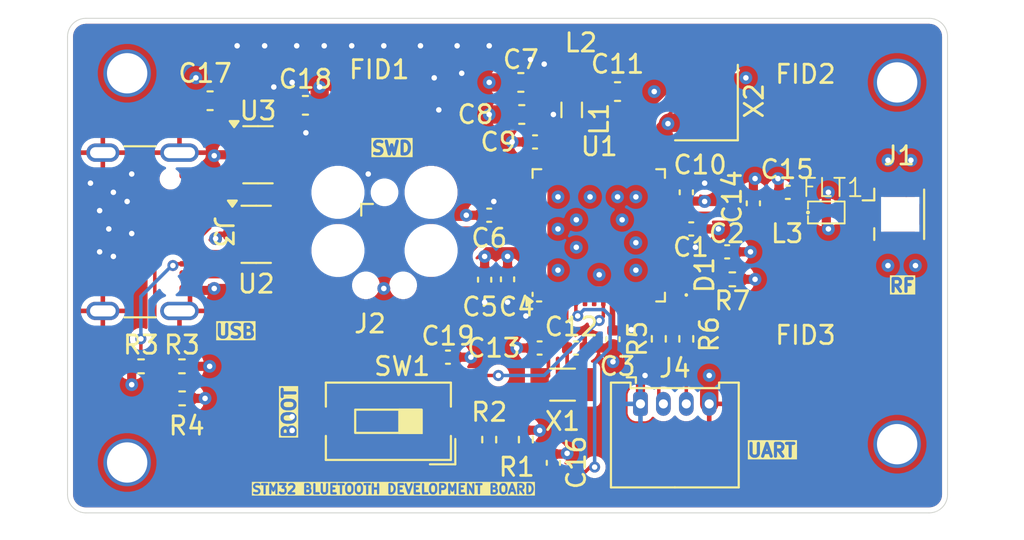
<source format=kicad_pcb>
(kicad_pcb (version 20241229) (generator "pcbnew") (generator_version "9.0")
  (layers (0 "F.Cu" signal) (4 "In1.Cu" signal) (6 "In2.Cu" signal) (2 "B.Cu" signal) (13 "F.Paste" user) (15 "B.Paste" user) (5 "F.SilkS" user "F.Silkscreen") (7 "B.SilkS" user "B.Silkscreen") (1 "F.Mask" user) (3 "B.Mask" user) (25 "Edge.Cuts" user))
  (net 0 "")
  (net 1 "GND")
  (net 2 "+3V3")
  (net 3 "/SMPS_FB")
  (net 4 "Net-(U1-PC15)")
  (net 5 "Net-(U1-PC14)")
  (net 6 "/RF")
  (net 7 "/RF_MATCH")
  (net 8 "/BOOT0")
  (net 9 "+5V")
  (net 10 "/SWD_NRST")
  (net 11 "/LED_a")
  (net 12 "Net-(D1-K)")
  (net 13 "/RF_ANT")
  (net 14 "/SWD_DIO")
  (net 15 "/SWD_CLK")
  (net 16 "/SWD_TRC")
  (net 17 "/USB_CC1")
  (net 18 "/USB_CC2")
  (net 19 "/UART_RXC")
  (net 20 "/UART_TXC")
  (net 21 "/SMPS_LX")
  (net 22 "Net-(L1-Pad2)")
  (net 23 "Net-(R2-Pad2)")
  (net 24 "/UART_TX")
  (net 25 "/UART_RX")
  (net 27 "/USB_D-")
  (net 44 "Net-(U1-OSC_IN)")
  (net 50 "Net-(U1-OSC_OUT)")
  (net 53 "/USB_D+")
  (net 54 "Net-(J3-D--PadA7)")
  (footprint "Capacitor_SMD:C_0402_1005Metric" (layer "F.Cu") (at 135.98 105.75)
    (property "Reference" "C2")
    (property "Value" "100n")
  )
  (footprint "Connector:Tag-Connect_TC2030-IDC-FP_2x03_P1.27mm_Vertical" (layer "F.Cu") (at 117.29 105.04 -90)
    (property "Reference" "J2")
    (property "Value" "TC2030")
  )
  (footprint "MountingHole:MountingHole_2.2mm_M2_ISO14580_Pad_TopOnly" (layer "F.Cu") (at 103.25 96)
    (property "Reference" "H2" (hide yes))
    (property "Value" "MountingHole_Pad")
  )
  (footprint "Resistor_SMD:R_0402_1005Metric" (layer "F.Cu") (at 106.25 113.75)
    (property "Reference" "R4")
    (property "Value" "5k1")
  )
  (footprint "BLUEPHIL:DLF162500LT-5028A1" (layer "F.Cu") (at 141.3875 103.6)
    (property "Reference" "FLT1")
    (property "Value" "~")
  )
  (footprint "Capacitor_SMD:C_0402_1005Metric" (layer "F.Cu") (at 120.75 111.5)
    (property "Reference" "C19")
    (property "Value" "100n")
  )
  (footprint "Fiducial:Fiducial_1mm_Mask2mm" (layer "F.Cu") (at 117 97.75)
    (property "Reference" "FID1")
    (property "Value" "Fiducial")
  )
  (footprint "LED_SMD:LED_0402_1005Metric" (layer "F.Cu") (at 133.75 107.015 90)
    (property "Reference" "D1")
    (property "Value" "LD274")
  )
  (footprint "Capacitor_SMD:C_0603_1608Metric" (layer "F.Cu") (at 124.775 98.25 180)
    (property "Reference" "C8")
    (property "Value" "4u7")
  )
  (footprint "MountingHole:MountingHole_2.2mm_M2_ISO14580_Pad_TopOnly" (layer "F.Cu") (at 103.25 117.25)
    (property "Reference" "H4" (hide yes))
    (property "Value" "MountingHole_Pad")
  )
  (footprint "Capacitor_SMD:C_0402_1005Metric" (layer "F.Cu") (at 137.4075 103.1 90)
    (property "Reference" "C14")
    (property "Value" "0p8")
  )
  (footprint "Capacitor_SMD:C_0402_1005Metric" (layer "F.Cu") (at 134.02 104.5)
    (property "Reference" "C1")
    (property "Value" "100n")
  )
  (footprint "Connector_USB:USB_C_Receptacle_GCT_USB4105-xx-A_16P_TopMnt_Horizontal" (layer "F.Cu") (at 103 104.655 -90)
    (property "Reference" "J3")
    (property "Value" "USB_C_Receptacle_USB2.0_16P")
  )
  (footprint "Resistor_SMD:R_0402_1005Metric" (layer "F.Cu") (at 106.24 112)
    (property "Reference" "R3")
    (property "Value" "5k1")
  )
  (footprint "Capacitor_SMD:C_0402_1005Metric" (layer "F.Cu") (at 125.75 111 180)
    (property "Reference" "C13")
    (property "Value" "10p")
  )
  (footprint "Crystal:Crystal_SMD_3225-4Pin_3.2x2.5mm" (layer "F.Cu") (at 134.85 97.6 90)
    (property "Reference" "X2")
    (property "Value" "32MHz")
  )
  (footprint "Fiducial:Fiducial_1mm_Mask2mm" (layer "F.Cu") (at 140.25 98)
    (property "Reference" "FID2")
    (property "Value" "Fiducial")
  )
  (footprint "Capacitor_SMD:C_0402_1005Metric" (layer "F.Cu") (at 127.73 111)
    (property "Reference" "C12")
    (property "Value" "10p")
  )
  (footprint "MountingHole:MountingHole_2.2mm_M2_ISO14580_Pad_TopOnly" (layer "F.Cu") (at 145.25 96.5)
    (property "Reference" "H1" (hide yes))
    (property "Value" "MountingHole_Pad")
  )
  (footprint "Button_Switch_SMD:SW_DIP_SPSTx01_Slide_6.7x4.1mm_W6.73mm_P2.54mm_LowProfile_JPin" (layer "F.Cu") (at 117.5 115 180)
    (property "Reference" "SW1")
    (property "Value" "SW_Push")
  )
  (footprint "Package_DFN_QFN:QFN-48-1EP_7x7mm_P0.5mm_EP5.6x5.6mm" (layer "F.Cu") (at 128.975 104.8475 90)
    (property "Reference" "U1")
    (property "Value" "STM32WB55CCU6")
  )
  (footprint "Inductor_SMD:L_0402_1005Metric" (layer "F.Cu") (at 128 95.5)
    (property "Reference" "L2")
    (property "Value" "10u")
  )
  (footprint "Capacitor_SMD:C_0603_1608Metric" (layer "F.Cu") (at 107.775 97.5 180)
    (property "Reference" "C17")
    (property "Value" "4u7")
  )
  (footprint "Connector_Molex:Molex_PicoBlade_53048-0410_1x04_P1.25mm_Horizontal" (layer "F.Cu") (at 131.25 114.05)
    (property "Reference" "J4")
    (property "Value" "Conn_01x04_Pin")
  )
  (footprint "Capacitor_SMD:C_0402_1005Metric" (layer "F.Cu") (at 139.2875 102.5 180)
    (property "Reference" "C15")
    (property "Value" "0p3")
  )
  (footprint "Resistor_SMD:R_0402_1005Metric" (layer "F.Cu") (at 123 116 90)
    (property "Reference" "R2")
    (property "Value" "220R")
  )
  (footprint "Resistor_SMD:R_0402_1005Metric" (layer "F.Cu") (at 104.01 112)
    (property "Reference" "R3")
    (property "Value" "5k1")
  )
  (footprint "Connector_Coaxial:U.FL_Hirose_U.FL-R-SMT-1_Vertical" (layer "F.Cu") (at 144.8875 103.7)
    (property "Reference" "J1")
    (property "Value" "Conn_Coaxial")
  )
  (footprint "Capacitor_SMD:C_0402_1005Metric" (layer "F.Cu") (at 123 103.75 180)
    (property "Reference" "C6")
    (property "Value" "100n")
  )
  (footprint "Inductor_SMD:L_0402_1005Metric" (layer "F.Cu") (at 139.25 103.6)
    (property "Reference" "L3")
    (property "Value" "2n7")
  )
  (footprint "Capacitor_SMD:C_0402_1005Metric" (layer "F.Cu") (at 124 107.25 90)
    (property "Reference" "C4")
    (property "Value" "100n")
  )
  (footprint "Capacitor_SMD:C_0402_1005Metric" (layer "F.Cu") (at 122.75 107.27 90)
    (property "Reference" "C5")
    (property "Value" "100n")
  )
  (footprint "Package_TO_SOT_SMD:SOT-23-6" (layer "F.Cu") (at 110.29 104.7925)
    (property "Reference" "U2")
    (property "Value" "USBLC6-2SC6")
  )
  (footprint "Fiducial:Fiducial_1mm_Mask2mm" (layer "F.Cu") (at 140.25 112.25)
    (property "Reference" "FID3")
    (property "Value" "Fiducial")
  )
  (footprint "Crystal:Crystal_SMD_3215-2Pin_3.2x1.5mm" (layer "F.Cu") (at 127 113)
    (property "Reference" "X1")
    (property "Value" "32kHz768")
  )
  (footprint "Capacitor_SMD:C_0402_1005Metric" (layer "F.Cu") (at 133.75 102.5 -90)
    (property "Reference" "C10")
    (property "Value" "100n")
  )
  (footprint "Capacitor_SMD:C_0603_1608Metric" (layer "F.Cu") (at 112.975 97.75)
    (property "Reference" "C18")
    (property "Value" "4u7")
  )
  (footprint "Resistor_SMD:R_0402_1005Metric" (layer "F.Cu") (at 133.75 110.5 90)
    (property "Reference" "R6")
    (property "Value" "220R")
  )
  (footprint "Resistor_SMD:R_0402_1005Metric" (layer "F.Cu") (at 136.26 107.25 180)
    (property "Reference" "R7")
    (property "Value" "220R")
  )
  (footprint "Capacitor_SMD:C_0402_1005Metric" (layer "F.Cu") (at 129.75 110.52 -90)
    (property "Reference" "C3")
    (property "Value" "100n")
  )
  (footprint "MountingHole:MountingHole_2.2mm_M2_ISO14580_Pad_TopOnly" (layer "F.Cu") (at 145.25 116.25)
    (property "Reference" "H3" (hide yes))
    (property "Value" "MountingHole_Pad")
  )
  (footprint "Inductor_SMD:L_0805_2012Metric" (layer "F.Cu") (at 127.5 98 90)
    (property "Reference" "L1")
    (property "Value" "10n")
  )
  (footprint "Capacitor_SMD:C_0402_1005Metric" (layer "F.Cu") (at 126.5 117.27 90)
    (property "Reference" "C16")
    (property "Value" "100n")
  )
  (footprint "Capacitor_SMD:C_0402_1005Metric" (layer "F.Cu") (at 125.5 99.75 180)
    (property "Reference" "C9")
    (property "Value" "100n")
  )
  (footprint "Resistor_SMD:R_0402_1005Metric" (layer "F.Cu") (at 132.25 110.5 90)
    (property "Reference" "R5")
    (property "Value" "220R")
  )
  (footprint "Capacitor_SMD:C_0603_1608Metric" (layer "F.Cu") (at 124.725 96.5 180)
    (property "Reference" "C7")
    (property "Value" "4u7")
  )
  (footprint "Package_TO_SOT_SMD:TSOT-23-5" (layer "F.Cu") (at 110.3875 100.45)
    (property "Reference" "U3")
    (property "Value" "MIC5365-3.3YD5")
  )
  (footprint "Resistor_SMD:R_0402_1005Metric" (layer "F.Cu") (at 125 116 90)
    (property "Reference" "R1")
    (property "Value" "5k1")
  )
  (footprint "Capacitor_SMD:C_0603_1608Metric" (layer "F.Cu") (at 130 97)
    (property "Reference" "C11")
    (property "Value" "4u7")
  )
  (gr_line (start 147 93) (end 101 93) (stroke (width 0.05)) (layer "Edge.Cuts"))
  (gr_arc (start 101 120) (mid 100.292893 119.707107) (end 100 119) (stroke (width 0.05)) (layer "Edge.Cuts"))
  (gr_line (start 100 94) (end 100 119) (stroke (width 0.05)) (layer "Edge.Cuts"))
  (gr_line (start 148 119) (end 148 94) (stroke (width 0.05)) (layer "Edge.Cuts"))
  (gr_arc (start 100 94) (mid 100.292893 93.292893) (end 101 93) (stroke (width 0.05)) (layer "Edge.Cuts"))
  (gr_arc (start 147 93) (mid 147.707107 93.292893) (end 148 94) (stroke (width 0.05)) (layer "Edge.Cuts"))
  (gr_arc (start 148 119) (mid 147.707107 119.707107) (end 147 120) (stroke (width 0.05)) (layer "Edge.Cuts"))
  (gr_line (start 101 120) (end 147 120) (stroke (width 0.05)) (layer "Edge.Cuts"))
  (gr_text "USB" (at 108 110.5 0) (layer "F.SilkS" knockout) (effects (font (size 0.7 0.7) (thickness 0.175) (bold yes)) (justify left bottom)))
  (gr_text "RF" (at 144.75 108 0) (layer "F.SilkS" knockout) (effects (font (size 0.7 0.7) (thickness 0.175) (bold yes)) (justify left bottom)))
  (gr_text "UART" (at 137 117 0) (layer "F.SilkS" knockout) (effects (font (size 0.7 0.7) (thickness 0.175) (bold yes)) (justify left bottom)))
  (gr_text "SWD" (at 116.5 100.5 0) (layer "F.SilkS" knockout) (effects (font (size 0.7 0.7) (thickness 0.175) (bold yes)) (justify left bottom)))
  (gr_text "STM32 BLUETOOTH DEVELOPMENT BOARD" (at 110 119 0) (layer "F.SilkS" knockout) (effects (font (size 0.5 0.5) (thickness 0.125) (bold yes)) (justify left bottom)))
  (gr_text "BOOT" (at 112.5 116 90) (layer "F.SilkS" knockout) (effects (font (size 0.7 0.7) (thickness 0.175) (bold yes)) (justify left bottom)))
  (segment (start 107.045 101.455) (end 108 100.5) (width 0.5) (layer "F.Cu") (net 1))
  (segment (start 129.75 111.75) (end 129.75 111.021) (width 1) (layer "F.Cu") (net 1))
  (segment (start 116.655 106.31) (end 117.2803 106.9353) (width 0.5) (layer "F.Cu") (net 1))
  (segment (start 144.75 106.5) (end 144.75 105.7875) (width 1) (layer "F.Cu") (net 1))
  (segment (start 145.3625 102.225) (end 145.3625 100.8875) (width 1) (layer "F.Cu") (net 1))
  (segment (start 106.68 101.455) (end 107.045 101.455) (width 0.5) (layer "F.Cu") (net 1))
  (segment (start 117.2803 106.9353) (end 117.2803 107.75) (width 0.5) (layer "F.Cu") (net 1))
  (segment (start 145.5 100.75) (end 144.75 100.75) (width 1) (layer "F.Cu") (net 1))
  (segment (start 130.775 97) (end 132 97) (width 1) (layer "F.Cu") (net 1))
  (segment (start 125.27 111) (end 124.5 111) (width 0.5) (layer "F.Cu") (net 1))
  (segment (start 124 98.25) (end 123 98.25) (width 1) (layer "F.Cu") (net 1))
  (segment (start 108.306421 104.7925) (end 108.075863 105.023058) (width 0.3) (layer "F.Cu") (net 1))
  (segment (start 138.8075 101.8075) (end 138.75 101.75) (width 0.5) (layer "F.Cu") (net 1))
  (segment (start 125.02 99.75) (end 124.25 99.75) (width 0.5) (layer "F.Cu") (net 1))
  (segment (start 136.46 105.75) (end 137.25 105.75) (width 0.5) (layer "F.Cu") (net 1))
  (segment (start 128.21 111) (end 129.75 111) (width 0.5) (layer "F.Cu") (net 1))
  (segment (start 141.3875 102.6125) (end 141.5 102.5) (width 0.5) (layer "F.Cu") (net 1))
  (segment (start 135.7 96.5) (end 136.75 96.5) (width 1) (layer "F.Cu") (net 1))
  (segment (start 141.3875 103.8275) (end 141.3875 104.3875) (width 0.5) (layer "F.Cu") (net 1))
  (segment (start 141.3875 103.3725) (end 141.3875 102.6125) (width 0.5) (layer "F.Cu") (net 1))
  (segment (start 109.1525 104.7925) (end 108.306421 104.7925) (width 0.3) (layer "F.Cu") (net 1))
  (segment (start 122.52 103.75) (end 121.75 103.75) (width 0.5) (layer "F.Cu") (net 1))
  (segment (start 106.68 107.855) (end 107.895 107.855) (width 0.5) (layer "F.Cu") (net 1))
  (segment (start 132.4125 103.0975) (end 133.6325 103.0975) (width 0.3) (layer "F.Cu") (net 1))
  (segment (start 145.3625 100.8875) (end 145.5 100.75) (width 1) (layer "F.Cu") (net 1))
  (segment (start 133.6325 103.0975) (end 133.75 102.98) (width 0.3) (layer "F.Cu") (net 1))
  (segment (start 121.23 111.5) (end 122 111.5) (width 0.5) (layer "F.Cu") (net 1))
  (segment (start 103.5 112) (end 103.5 113) (width 0.5) (layer "F.Cu") (net 1))
  (segment (start 109.25 100.45) (end 108.05 100.45) (width 0.5) (layer "F.Cu") (net 1))
  (segment (start 145.75 102.25) (end 146 102) (width 1) (layer "F.Cu") (net 1))
  (segment (start 145.5 106.5) (end 145.5 106) (width 1) (layer "F.Cu") (net 1))
  (segment (start 127.21 116.79) (end 127.25 116.75) (width 0.5) (layer "F.Cu") (net 1))
  (segment (start 126.5 116.79) (end 127.21 116.79) (width 0.5) (layer "F.Cu") (net 1))
  (segment (start 106.76 113.75) (end 107.5 113.75) (width 0.5) (layer "F.Cu") (net 1))
  (segment (start 134.5 104.5) (end 135.5 104.5) (width 0.5) (layer "F.Cu") (net 1))
  (segment (start 132.8 98.7) (end 132.75 98.75) (width 1) (layer "F.Cu") (net 1))
  (segment (start 122.75 106.79) (end 122.75 106) (width 0.5) (layer "F.Cu") (net 1))
  (segment (start 137.4075 101.8425) (end 137.5 101.75) (width 0.5) (layer "F.Cu") (net 1))
  (segment (start 125.74 115.49) (end 125.75 115.5) (width 0.5) (layer "F.Cu") (net 1))
  (segment (start 145.3625 102.225) (end 145.725 102.225) (width 1) (layer "F.Cu") (net 1))
  (segment (start 141.3875 103.8275) (end 141.3875 103.3725) (width 0.5) (layer "F.Cu") (net 1))
  (segment (start 113.75 97.75) (end 113.75 96.75) (width 1) (layer "F.Cu") (net 1))
  (segment (start 135 114.05) (end 135 112.5) (width 1) (layer "F.Cu") (net 1))
  (segment (start 106.75 112) (end 107.75 112) (width 0.5) (layer "F.Cu") (net 1))
  (segment (start 138.8075 102.5) (end 138.8075 101.8075) (width 0.5) (layer "F.Cu") (net 1))
  (segment (start 133.75 102.98) (end 134.73 102.98) (width 0.5) (layer "F.Cu") (net 1))
  (segment (start 107 97.5) (end 107 96.25) (width 1) (layer "F.Cu") (net 1))
  (segment (start 144.75 106.5) (end 145.5 106.5) (width 1) (layer "F.Cu") (net 1))
  (segment (start 136.75 96.5) (end 137 96.25) (width 1) (layer "F.Cu") (net 1))
  (segment (start 146 100.75) (end 145.5 100.75) (width 1) (layer "F.Cu") (net 1))
  (segment (start 145.3625 105.175) (end 146.25 106.0625) (width 1) (layer "F.Cu") (net 1))
  (segment (start 145.725 102.225) (end 145.75 102.25) (width 1) (layer "F.Cu") (net 1))
  (segment (start 146 102) (end 146 100.75) (width 1) (layer "F.Cu") (net 1))
  (segment (start 134 98.7) (end 132.8 98.7) (width 1) (layer "F.Cu") (net 1))
  (segment (start 144.75 101.5) (end 144.75 100.75) (width 1) (layer "F.Cu") (net 1))
  (segment (start 141.3875 104.3875) (end 141.5 104.5) (width 0.5) (layer "F.Cu") (net 1))
  (segment (start 145.01875 105.51875) (end 145.3625 105.175) (width 1) (layer "F.Cu") (net 1))
  (segment (start 125 115.49) (end 125.74 115.49) (width 0.5) (layer "F.Cu") (net 1))
  (segment (start 145.3625 102.225) (end 144.975 102.225) (width 1) (layer "F.Cu") (net 1))
  (segment (start 107.895 107.855) (end 108 107.75) (width 0.5) (layer "F.Cu") (net 1))
  (segment (start 144.75 105.7875) (end 145.01875 105.51875) (width 1) (layer "F.Cu") (net 1))
  (segment (start 123.95 96.5) (end 123 96.5) (width 1) (layer "F.Cu") (net 1))
  (segment (start 137.4075 102.62) (end 137.4075 101.8425) (width 0.5) (layer "F.Cu") (net 1))
  (segment (start 136.77 107.25) (end 137.5 107.25) (width 0.5) (layer "F.Cu") (net 1))
  (segment (start 134.73 102.98) (end 134.75 103) (width 0.5) (layer "F.Cu") (net 1))
  (segment (start 145.5 106) (end 145.01875 105.51875) (width 1) (layer "F.Cu") (net 1))
  (segment (start 145.5 106.5) (end 146.25 106.5) (width 1) (layer "F.Cu") (net 1))
  (segment (start 108.05 100.45) (end 108 100.5) (width 0.5) (layer "F.Cu") (net 1))
  (segment (start 146.25 106.5) (end 146.25 106.0625) (width 1) (layer "F.Cu") (net 1))
  (segment (start 124 106.77) (end 124 106) (width 0.5) (layer "F.Cu") (net 1))
  (via (at 121.5 96) (size 0.6) (drill 0.3) (layers "F.Cu" "B.Cu") (net 1))
  (via (at 124.25 99.75) (size 0.7) (drill 0.3) (layers "F.Cu" "B.Cu") (net 1))
  (via (at 131 102.75) (size 0.7) (drill 0.3) (layers "F.Cu" "B.Cu") (net 1))
  (via (at 123 94.5) (size 0.6) (drill 0.3) (layers "F.Cu" "B.Cu") (net 1))
  (via (at 114 94.5) (size 0.6) (drill 0.3) (layers "F.Cu" "B.Cu") (net 1))
  (via (at 121.75 103.75) (size 0.7) (drill 0.3) (layers "F.Cu" "B.Cu") (net 1))
  (via (at 132 97) (size 0.7) (drill 0.3) (layers "F.Cu" "B.Cu") (net 1))
  (via (at 132.75 98.75) (size 0.7) (drill 0.3) (layers "F.Cu" "B.Cu") (net 1))
  (via (at 134.75 103) (size 0.7) (drill 0.3) (layers "F.Cu" "B.Cu") (net 1))
  (via (at 137.5 107.25) (size 0.7) (drill 0.3) (layers "F.Cu" "B.Cu") (net 1))
  (via (at 119.25 94.5) (size 0.6) (drill 0.3) (layers "F.Cu" "B.Cu") (net 1))
  (via (at 107.75 112) (size 0.7) (drill 0.3) (layers "F.Cu" "B.Cu") (net 1))
  (via (at 102.25 104.5) (size 0.6) (drill 0.3) (layers "F.Cu" "B.Cu") (net 1))
  (via (at 117.25 94.5) (size 0.6) (drill 0.3) (layers "F.Cu" "B.Cu") (net 1))
  (via (at 141.5 104.5) (size 0.7) (drill 0.3) (layers "F.Cu" "B.Cu") (net 1))
  (via (at 129.75 111.75) (size 0.7) (drill 0.3) (layers "F.Cu" "B.Cu") (net 1))
  (via (at 113.75 96.75) (size 0.7) (drill 0.3) (layers "F.Cu" "B.Cu") (net 1))
  (via (at 130.25 104) (size 0.7) (drill 0.3) (layers "F.Cu" "B.Cu") (net 1))
  (via (at 127.75 105.5) (size 0.7) (drill 0.3) (layers "F.Cu" "B.Cu") (net 1))
  (via (at 127.75 104) (size 0.7) (drill 0.3) (layers "F.Cu" "B.Cu") (net 1))
  (via (at 123 96.5) (size 0.7) (drill 0.3) (layers "F.Cu" "B.Cu") (net 1))
  (via (at 101.75 103.5) (size 0.6) (drill 0.3) (layers "F.Cu" "B.Cu") (net 1))
  (via (at 135.5 104.5) (size 0.7) (drill 0.3) (layers "F.Cu" "B.Cu") (net 1))
  (via (at 120.25 98) (size 0.6) (drill 0.3) (layers "F.Cu" "B.Cu") (net 1))
  (via (at 131 106.75) (size 0.7) (drill 0.3) (layers "F.Cu" "B.Cu") (net 1))
  (via (at 101.75 105.75) (size 0.6) (drill 0.3) (layers "F.Cu" "B.Cu") (net 1))
  (via (at 112.5 94.5) (size 0.6) (drill 0.3) (layers "F.Cu" "B.Cu") (net 1))
  (via (at 115.5 94.5) (size 0.6) (drill 0.3) (layers "F.Cu" "B.Cu") (net 1))
  (via (at 108.075863 105.023058) (size 0.7) (drill 0.3) (layers "F.Cu" "B.Cu") (net 1))
  (via (at 103.25 103) (size 0.6) (drill 0.3) (layers "F.Cu" "B.Cu") (net 1))
  (via (at 126.75 106.75) (size 0.7) (drill 0.3) (layers "F.Cu" "B.Cu") (net 1))
  (via (at 125.75 115.5) (size 0.7) (drill 0.3) (layers "F.Cu" "B.Cu") (net 1))
  (via (at 110.75 94.5) (size 0.6) (drill 0.3) (layers "F.Cu" "B.Cu") (net 1))
  (via (at 135 112.5) (size 0.7) (drill 0.3) (layers "F.Cu" "B.Cu") (net 1))
  (via (at 137.25 105.75) (size 0.7) (drill 0.3) (layers "F.Cu" "B.Cu") (net 1))
  (via (at 101.25 102) (size 0.6) (drill 0.3) (layers "F.Cu" "B.Cu") (net 1))
  (via (at 103.5 101.5) (size 0.6) (drill 0.3) (layers "F.Cu" "B.Cu") (net 1))
  (via (at 103.5 104.75) (size 0.6) (drill 0.3) (layers "F.Cu" "B.Cu") (net 1))
  (via (at 102.5 102.5) (size 0.6) (drill 0.3) (layers "F.Cu" "B.Cu") (net 1))
  (via (at 121.25 94.5) (size 0.6) (drill 0.3) (layers "F.Cu" "B.Cu") (net 1))
  (via (at 131 105.25) (size 0.7) (drill 0.3) (layers "F.Cu" "B.Cu") (net 1))
  (via (at 117.25 107.75) (size 0.7) (drill 0.3) (layers "F.Cu" "B.Cu") (net 1))
  (via (at 109.25 94.5) (size 0.6) (drill 0.3) (layers "F.Cu" "B.Cu") (net 1))
  (via (at 137 96.25) (size 0.7) (drill 0.3) (layers "F.Cu" "B.Cu") (net 1))
  (via (at 137.5 101.75) (size 0.7) (drill 0.3) (layers "F.Cu" "B.Cu") (net 1))
  (via (at 103.5 113) (size 0.7) (drill 0.3) (layers "F.Cu" "B.Cu") (net 1))
  (via (at 102.5 106) (size 0.6) (drill 0.3) (layers "F.Cu" "B.Cu") (net 1))
  (via (at 126.75 102.75) (size 0.7) (drill 0.3) (layers "F.Cu" "B.Cu") (net 1))
  (via (at 107 96.25) (size 0.7) (drill 0.3) (layers "F.Cu" "B.Cu") (net 1))
  (via (at 126.75 104.5) (size 0.7) (drill 0.3) (layers "F.Cu" "B.Cu") (net 1))
  (via (at 120 96.25) (size 0.6) (drill 0.3) (layers "F.Cu" "B.Cu") (net 1))
  (via (at 141.5 102.5) (size 0.7) (drill 0.3) (layers "F.Cu" "B.Cu") (net 1))
  (via (at 144.75 106.5) (size 0.7) (drill 0.3) (layers "F.Cu" "B.Cu") (net 1))
  (via (at 127.25 116.75) (size 0.7) (drill 0.3) (layers "F.Cu" "B.Cu") (net 1))
  (via (at 107.5 113.75) (size 0.7) (drill 0.3) (layers "F.Cu" "B.Cu") (net 1))
  (via (at 108 100.5) (size 0.7) (drill 0.3) (layers "F.Cu" "B.Cu") (net 1))
  (via (at 122.75 106) (size 0.7) (drill 0.3) (layers "F.Cu" "B.Cu") (net 1))
  (via (at 144.75 100.75) (size 0.7) (drill 0.3) (layers "F.Cu" "B.Cu") (net 1))
  (via (at 124 106) (size 0.7) (drill 0.3) (layers "F.Cu" "B.Cu") (net 1))
  (via (at 124.5 111) (size 0.7) (drill 0.3) (layers "F.Cu" "B.Cu") (net 1))
  (via (at 138.75 101.75) (size 0.7) (drill 0.3) (layers "F.Cu" "B.Cu") (net 1))
  (via (at 123 98.25) (size 0.7) (drill 0.3) (layers "F.Cu" "B.Cu") (net 1))
  (via (at 122 111.5) (size 0.7) (drill 0.3) (layers "F.Cu" "B.Cu") (net 1))
  (via (at 108 107.75) (size 0.7) (drill 0.3) (layers "F.Cu" "B.Cu") (net 1))
  (via (at 128.5 102.75) (size 0.7) (drill 0.3) (layers "F.Cu" "B.Cu") (net 1))
  (via (at 129 107) (size 0.7) (drill 0.3) (layers "F.Cu" "B.Cu") (net 1))
  (via (at 146.25 106.5) (size 0.7) (drill 0.3) (layers "F.Cu" "B.Cu") (net 1))
  (via (at 130 102.75) (size 0.7) (drill 0.3) (layers "F.Cu" "B.Cu") (net 1))
  (via (at 146 100.75) (size 0.7) (drill 0.3) (layers "F.Cu" "B.Cu") (net 1))
  (segment (start 134.5 105.75) (end 134.25 105.5) (width 0.5) (layer "F.Cu") (net 2))
  (segment (start 111.75 97.25) (end 111.75 97) (width 0.5) (layer "F.Cu") (net 2))
  (segment (start 123.48 103.23) (end 123.25 103) (width 0.3) (layer "F.Cu") (net 2))
  (segment (start 114.135 115) (end 112.75 115) (width 0.5) (layer "F.Cu") (net 2))
  (segment (start 131.25 114.05) (end 131.25 112.75) (width 0.5) (layer "F.Cu") (net 2))
  (segment (start 125.5 96.5) (end 125.5 96) (width 0.5) (layer "F.Cu") (net 2))
  (segment (start 112.2 97.7) (end 111.75 97.25) (width 0.5) (layer "F.Cu") (net 2))
  (segment (start 111.75 97.25) (end 111.25 96.75) (width 0.5) (layer "F.Cu") (net 2))
  (segment (start 124.1325 107.5975) (end 124 107.73) (width 0.2) (layer "F.Cu") (net 2))
  (segment (start 122.75 107.75) (end 122.75 108.5) (width 0.5) (layer "F.Cu") (net 2))
  (segment (start 130.71 110.04) (end 130.75 110) (width 0.3) (layer "F.Cu") (net 2))
  (segment (start 116.401874 103.516874) (end 116.401874 101.5) (width 0.19) (layer "F.Cu") (net 2))
  (segment (start 111.75 97) (end 112 96.75) (width 0.5) (layer "F.Cu") (net 2))
  (segment (start 133.1725 102.5975) (end 133.75 102.02) (width 0.19) (layer "F.Cu") (net 2))
  (segment (start 114.135 115) (end 112.5 115) (width 0.5) (layer "F.Cu") (net 2))
  (segment (start 126.815 101) (end 127.149 101.334) (width 0.5) (layer "F.Cu") (net 2))
  (segment (start 125.25 95.25) (end 125.75 95.25) (width 0.5) (layer "F.Cu") (net 2))
  (segment (start 126.801 101) (end 126.815 101) (width 0.5) (layer "F.Cu") (net 2))
  (segment (start 112.25 115.5) (end 112.25 114.75) (width 0.5) (layer "F.Cu") (net 2))
  (segment (start 112.75 115) (end 112.25 115.5) (width 0.5) (layer "F.Cu") (net 2))
  (segment (start 125.5 96) (end 126 95.5) (width 0.5) (layer "F.Cu") (net 2))
  (segment (start 125.965 108.285) (end 125 109.25) (width 0.3) (layer "F.Cu") (net 2))
  (segment (start 133.1375 104.0975) (end 133.54 104.5) (width 0.19) (layer "F.Cu") (net 2))
  (segment (start 126.225 108.285) (end 125.965 108.285) (width 0.3) (layer "F.Cu") (net 2))
  (segment (start 112.5 115) (end 112.25 114.75) (width 0.5) (layer "F.Cu") (net 2))
  (segment (start 126.801 100.551) (end 126.801 101) (width 0.5) (layer "F.Cu") (net 2))
  (segment (start 112 96.75) (end 112.25 96.5) (width 0.5) (layer "F.Cu") (net 2))
  (segment (start 129.725 108.285) (end 129.725 110.015) (width 0.3) (layer "F.Cu") (net 2))
  (segment (start 126 99.75) (end 126.801 100.551) (width 0.5) (layer "F.Cu") (net 2))
  (segment (start 123.6325 103.5975) (end 123.48 103.75) (width 0.3) (layer "F.Cu") (net 2))
  (segment (start 112.2 97.75) (end 112.2 96.55) (width 0.5) (layer "F.Cu") (net 2))
  (segment (start 131.25 112.75) (end 131.5 112.5) (width 0.5) (layer "F.Cu") (net 2))
  (segment (start 125.5 95.5) (end 125.25 95.25) (width 0.5) (layer "F.Cu") (net 2))
  (segment (start 111.25 96.75) (end 112 96.75) (width 0.5) (layer "F.Cu") (net 2))
  (segment (start 133.54 104.5) (end 133.54 104.79) (width 0.5) (layer "F.Cu") (net 2))
  (segment (start 125.55 98.25) (end 126.5 98.25) (width 0.5) (layer "F.Cu") (net 2))
  (segment (start 125.5375 107.5975) (end 124.1325 107.5975) (width 0.2) (layer "F.Cu") (net 2))
  (segment (start 116.655 103.77) (end 116.401874 103.516874) (width 0.19) (layer "F.Cu") (net 2))
  (segment (start 125.98 98.68) (end 125.98 99.75) (width 0.5) (layer "F.Cu") (net 2))
  (segment (start 112.2 97.75) (end 112.2 97.7) (width 0.5) (layer "F.Cu") (net 2))
  (segment (start 135.5 105.75) (end 134.5 105.75) (width 0.5) (layer "F.Cu") (net 2))
  (segment (start 125.75 95.25) (end 126 95.5) (width 0.5) (layer "F.Cu") (net 2))
  (segment (start 125.98 99.75) (end 126 99.75) (width 0.5) (layer "F.Cu") (net 2))
  (segment (start 125.55 98.25) (end 125.98 98.68) (width 0.5) (layer "F.Cu") (net 2))
  (segment (start 132.4125 104.0975) (end 133.1375 104.0975) (width 0.19) (layer "F.Cu") (net 2))
  (segment (start 123.48 103.75) (end 123.48 103.23) (width 0.3) (layer "F.Cu") (net 2))
  (segment (start 112.2 97.75) (end 112.2 98.45) (width 0.5) (layer "F.Cu") (net 2))
  (segment (start 125.55 96.55) (end 125.5 96.5) (width 0.5) (layer "F.Cu") (net 2))
  (segment (start 129.75 110.04) (end 130.71 110.04) (width 0.3) (layer "F.Cu") (net 2))
  (segment (start 112.2 98.825) (end 111.525 99.5) (width 0.5) (layer "F.Cu") (net 2))
  (segment (start 112.2 96.55) (end 112.25 96.5) (width 0.5) (layer "F.Cu") (net 2))
  (segment (start 133.75 102.02) (end 134.73 102.02) (width 0.5) (layer "F.Cu") (net 2))
  (segment (start 112.2 98.45) (end 113 99.25) (width 0.5) (layer "F.Cu") (net 2))
  (segment (start 112.2 98.45) (end 112.2 98.825) (width 0.5) (layer "F.Cu") (net 2))
  (segment (start 126.801 101) (end 126.801 101.41) (width 0.5) (layer "F.Cu") (net 2))
  (segment (start 134.73 102.02) (end 134.75 102) (width 0.5) (layer "F.Cu") (net 2))
  (segment (start 125.55 98.25) (end 125.55 96.55) (width 0.5) (layer "F.Cu") (net 2))
  (segment (start 133.54 104.79) (end 134.25 105.5) (width 0.5) (layer "F.Cu") (net 2))
  (segment (start 132.4125 102.5975) (end 133.1725 102.5975) (width 0.19) (layer "F.Cu") (net 2))
  (segment (start 125.5 96.5) (end 125.5 95.5) (width 0.5) (layer "F.Cu") (net 2))
  (segment (start 125.5375 103.5975) (end 123.6325 103.5975) (width 0.3) (layer "F.Cu") (net 2))
  (segment (start 126.725 101.41) (end 127.225 101.41) (width 0.19) (layer "F.Cu") (net 2))
  (segment (start 127.149 101.334) (end 127.149 101.41) (width 0.5) (layer "F.Cu") (net 2))
  (segment (start 124 107.73) (end 124 108.5) (width 0.5) (layer "F.Cu") (net 2))
  (segment (start 129.725 110.015) (end 129.75 110.04) (width 0.3) (layer "F.Cu") (net 2))
  (via (at 125.25 95.25) (size 0.7) (drill 0.3) (layers "F.Cu" "B.Cu") (net 2))
  (via (at 116.401874 101.5) (size 0.6) (drill 0.3) (layers "F.Cu" "B.Cu") (net 2))
  (via (at 112.25 115.5) (size 0.7) (drill 0.3) (layers "F.Cu" "B.Cu") (net 2))
  (via (at 122.75 108.5) (size 0.6) (drill 0.3) (layers "F.Cu" "B.Cu") (net 2))
  (via (at 134.75 102) (size 0.7) (drill 0.3) (layers "F.Cu" "B.Cu") (net 2))
  (via (at 125 109.25) (size 0.6) (drill 0.3) (layers "F.Cu" "B.Cu") (net 2))
  (via (at 130.75 110) (size 0.7) (drill 0.3) (layers "F.Cu" "B.Cu") (net 2))
  (via (at 131.5 112.5) (size 0.7) (drill 0.3) (layers "F.Cu" "B.Cu") (net 2))
  (via (at 112.25 96.5) (size 0.6) (drill 0.3) (layers "F.Cu" "B.Cu") (net 2))
  (via (at 126 95.5) (size 0.7) (drill 0.3) (layers "F.Cu" "B.Cu") (net 2))
  (via (at 112.25 114.75) (size 0.7) (drill 0.3) (layers "F.Cu" "B.Cu") (net 2))
  (via (at 111.25 96.75) (size 0.6) (drill 0.3) (layers "F.Cu" "B.Cu") (net 2))
  (via (at 123.25 103) (size 0.6) (drill 0.3) (layers "F.Cu" "B.Cu") (net 2))
  (via (at 134.25 105.5) (size 0.7) (drill 0.3) (layers "F.Cu" "B.Cu") (net 2))
  (via (at 126.5 98.25) (size 0.7) (drill 0.3) (layers "F.Cu" "B.Cu") (net 2))
  (via (at 113 99.25) (size 0.6) (drill 0.3) (layers "F.Cu" "B.Cu") (net 2))
  (via (at 124 108.5) (size 0.6) (drill 0.3) (layers "F.Cu" "B.Cu") (net 2))
  (segment (start 129 100) (end 129 100.46957) (width 0.5) (layer "F.Cu") (net 3))
  (segment (start 129.225 97) (end 129.225 99.775) (width 0.5) (layer "F.Cu") (net 3))
  (segment (start 128.485 96.26) (end 129.225 97) (width 0.5) (layer "F.Cu") (net 3))
  (segment (start 129.225 99.775) (end 129 100) (width 0.5) (layer "F.Cu") (net 3))
  (segment (start 128.485 95.5) (end 128.485 96.26) (width 0.5) (layer "F.Cu") (net 3))
  (segment (start 128.725 100.74457) (end 128.725 101.41) (width 0.19) (layer "F.Cu") (net 3))
  (segment (start 129 100.46957) (end 128.725 100.74457) (width 0.19) (layer "F.Cu") (net 3))
  (segment (start 127.225 110.975) (end 127.25 111) (width 0.2) (layer "F.Cu") (net 4))
  (segment (start 127.25 111) (end 127.25 112) (width 0.2) (layer "F.Cu") (net 4))
  (segment (start 127.25 112) (end 128.25 113) (width 0.2) (layer "F.Cu") (net 4))
  (segment (start 127.225 108.285) (end 127.225 110.975) (width 0.2) (layer "F.Cu") (net 4))
  (segment (start 126.725 110.505) (end 126.23 111) (width 0.2) (layer "F.Cu") (net 5))
  (segment (start 126.23 112.52) (end 125.75 113) (width 0.2) (layer "F.Cu") (net 5))
  (segment (start 126.23 111) (end 126.23 112.52) (width 0.2) (layer "F.Cu") (net 5))
  (segment (start 126.725 108.285) (end 126.725 110.505) (width 0.2) (layer "F.Cu") (net 5))
  (segment (start 138.745 103.58) (end 138.765 103.6) (width 0.19) (layer "F.Cu") (net 6))
  (segment (start 137.3415 103.646) (end 137.4075 103.58) (width 0.19) (layer "F.Cu") (net 6))
  (segment (start 137.4075 103.58) (end 138.745 103.58) (width 0.19) (layer "F.Cu") (net 6))
  (segment (start 132.461 103.646) (end 137.3415 103.646) (width 0.19) (layer "F.Cu") (net 6))
  (segment (start 132.4125 103.5975) (end 132.461 103.646) (width 0.19) (layer "F.Cu") (net 6))
  (segment (start 139.735 103.6) (end 139.735 102.5325) (width 0.19) (layer "F.Cu") (net 7))
  (segment (start 139.735 103.6) (end 140.775 103.6) (width 0.19) (layer "F.Cu") (net 7))
  (segment (start 139.735 102.5325) (end 139.7675 102.5) (width 0.19) (layer "F.Cu") (net 7))
  (segment (start 123 116.51) (end 125 116.51) (width 0.19) (layer "F.Cu") (net 8))
  (segment (start 125.26 116.51) (end 126.5 117.75) (width 0.19) (layer "F.Cu") (net 8))
  (segment (start 128.5 117.5) (end 128.25 117.75) (width 0.19) (layer "F.Cu") (net 8))
  (segment (start 128.75 117.5) (end 128.5 117.5) (width 0.19) (layer "F.Cu") (net 8))
  (segment (start 127.725 108.285) (end 127.725 109.15) (width 0.19) (layer "F.Cu") (net 8))
  (segment (start 128.25 117.75) (end 126.5 117.75) (width 0.19) (layer "F.Cu") (net 8))
  (segment (start 125 116.51) (end 125.26 116.51) (width 0.19) (layer "F.Cu") (net 8))
  (segment (start 127.725 109.15) (end 127.825 109.25) (width 0.19) (layer "F.Cu") (net 8))
  (via (at 128.75 117.5) (size 0.6) (drill 0.3) (layers "F.Cu" "B.Cu") (net 8))
  (via (at 127.825 109.25) (size 0.6) (drill 0.3) (layers "F.Cu" "B.Cu") (net 8))
  (segment (start 129.596 110.990418) (end 128.75 111.836418) (width 0.19) (layer "B.Cu") (net 8))
  (segment (start 128.75 111.836418) (end 128.75 117.5) (width 0.19) (layer "B.Cu") (net 8))
  (segment (start 129.596 109.253128) (end 129.596 110.990418) (width 0.19) (layer "B.Cu") (net 8))
  (segment (start 129.246872 108.904) (end 129.596 109.253128) (width 0.19) (layer "B.Cu") (net 8))
  (segment (start 127.825 109.25) (end 128.171 108.904) (width 0.19) (layer "B.Cu") (net 8))
  (segment (start 128.171 108.904) (end 129.246872 108.904) (width 0.19) (layer "B.Cu") (net 8))
  (segment (start 110.266 103.4394) (end 110.266 104.2575) (width 0.5) (layer "F.Cu") (net 9))
  (segment (start 109.912499 99.5) (end 110.3635 99.951001) (width 0.5) (layer "F.Cu") (net 9))
  (segment (start 107.364214 107.055) (end 106.68 107.055) (width 0.5) (layer "F.Cu") (net 9))
  (segment (start 108.55 97.5) (end 108.55 98.8) (width 0.5) (layer "F.Cu") (net 9))
  (segment (start 110.801 104.7925) (end 111.4275 104.7925) (width 0.5) (layer "F.Cu") (net 9))
  (segment (start 110.3635 99.951001) (end 110.3635 100.948999) (width 0.5) (layer "F.Cu") (net 9))
  (segment (start 108.395 102.255) (end 106.68 102.255) (width 0.5) (layer "F.Cu") (net 9))
  (segment (start 110.266 104.2575) (end 110.801 104.7925) (width 0.5) (layer "F.Cu") (net 9))
  (segment (start 111.4275 104.7925) (end 110.765001 104.7925) (width 0.5) (layer "F.Cu") (net 9))
  (segment (start 109.25 101.4) (end 108.395 102.255) (width 0.5) (layer "F.Cu") (net 9))
  (segment (start 107.470214 106.949) (end 107.364214 107.055) (width 0.5) (layer "F.Cu") (net 9))
  (segment (start 109.4626 106.949) (end 107.470214 106.949) (width 0.5) (layer "F.Cu") (net 9))
  (segment (start 109.0816 102.255) (end 110.266 103.4394) (width 0.5) (layer "F.Cu") (net 9))
  (segment (start 108.55 98.8) (end 109.25 99.5) (width 0.5) (layer "F.Cu") (net 9))
  (segment (start 109.912499 101.4) (end 109.25 101.4) (width 0.5) (layer "F.Cu") (net 9))
  (segment (start 110.3635 100.948999) (end 109.912499 101.4) (width 0.5) (layer "F.Cu") (net 9))
  (segment (start 110.266 106.1456) (end 109.4626 106.949) (width 0.5) (layer "F.Cu") (net 9))
  (segment (start 110.765001 104.7925) (end 110.266 105.291501) (width 0.5) (layer "F.Cu") (net 9))
  (segment (start 108.395 102.255) (end 109.0816 102.255) (width 0.5) (layer "F.Cu") (net 9))
  (segment (start 110.266 105.291501) (end 110.266 106.1456) (width 0.5) (layer "F.Cu") (net 9))
  (segment (start 109.25 99.5) (end 109.912499 99.5) (width 0.5) (layer "F.Cu") (net 9))
  (segment (start 129.225 108.285) (end 129.225 109.275) (width 0.19) (layer "F.Cu") (net 10))
  (segment (start 120.27 111.5) (end 118.392232 111.5) (width 0.19) (layer "F.Cu") (net 10))
  (segment (start 113.20655 105.035682) (end 114.110682 104.13155) (width 0.19) (layer "F.Cu") (net 10))
  (segment (start 113.20655 106.314318) (end 113.20655 105.035682) (width 0.19) (layer "F.Cu") (net 10))
  (segment (start 120.27 111.5) (end 120.23 111.5) (width 0.2) (layer "F.Cu") (net 10))
  (segment (start 121.27 112.5) (end 120.27 111.5) (width 0.19) (layer "F.Cu") (net 10))
  (segment (start 115.74655 104.13155) (end 116.655 105.04) (width 0.19) (layer "F.Cu") (net 10))
  (segment (start 118.392232 111.5) (end 113.20655 106.314318) (width 0.19) (layer "F.Cu") (net 10))
  (segment (start 129.225 109.275) (end 129 109.5) (width 0.19) (layer "F.Cu") (net 10))
  (segment (start 114.110682 104.13155) (end 115.74655 104.13155) (width 0.19) (layer "F.Cu") (net 10))
  (segment (start 123.5 112.5) (end 121.27 112.5) (width 0.19) (layer "F.Cu") (net 10))
  (via (at 123.5 112.5) (size 0.6) (drill 0.3) (layers "F.Cu" "B.Cu") (net 10))
  (via (at 129 109.5) (size 0.6) (drill 0.3) (layers "F.Cu" "B.Cu") (net 10))
  (segment (start 129 109.5) (end 126 112.5) (width 0.19) (layer "B.Cu") (net 10))
  (segment (start 126 112.5) (end 123.5 112.5) (width 0.19) (layer "B.Cu") (net 10))
  (segment (start 132.4125 106.0975) (end 133.3175 106.0975) (width 0.19) (layer "F.Cu") (net 11))
  (segment (start 133.3175 106.0975) (end 133.75 106.53) (width 0.19) (layer "F.Cu") (net 11))
  (segment (start 135.5 107.5) (end 135.75 107.25) (width 0.19) (layer "F.Cu") (net 12))
  (segment (start 133.75 107.5) (end 135.5 107.5) (width 0.19) (layer "F.Cu") (net 12))
  (segment (start 143.7375 103.6) (end 143.8375 103.7) (width 0.19) (layer "F.Cu") (net 13))
  (segment (start 142 103.6) (end 143.7375 103.6) (width 0.19) (layer "F.Cu") (net 13))
  (segment (start 118.28655 103.40845) (end 117.925 103.77) (width 0.19) (layer "F.Cu") (net 14))
  (segment (start 117.98 103.77) (end 118 103.75) (width 0.19) (layer "F.Cu") (net 14))
  (segment (start 118.28655 100.96345) (end 118.28655 103.40845) (width 0.19) (layer "F.Cu") (net 14))
  (segment (start 124.3475 103.0975) (end 121.75 100.5) (width 0.19) (layer "F.Cu") (net 14))
  (segment (start 118.75 100.5) (end 118.28655 100.96345) (width 0.19) (layer "F.Cu") (net 14))
  (segment (start 117.925 103.77) (end 117.98 103.77) (width 0.19) (layer "F.Cu") (net 14))
  (segment (start 125.5375 103.0975) (end 124.3475 103.0975) (width 0.19) (layer "F.Cu") (net 14))
  (segment (start 121.75 100.5) (end 118.75 100.5) (width 0.19) (layer "F.Cu") (net 14))
  (segment (start 124.399362 104.456116) (end 120.793884 104.456116) (width 0.19) (layer "F.Cu") (net 15))
  (segment (start 125.5375 104.0975) (end 124.757978 104.0975) (width 0.19) (layer "F.Cu") (net 15))
  (segment (start 120.793884 104.456116) (end 120.469318 104.13155) (width 0.19) (layer "F.Cu") (net 15))
  (segment (start 118.83345 104.13155) (end 117.925 105.04) (width 0.19) (layer "F.Cu") (net 15))
  (segment (start 120.469318 104.13155) (end 118.83345 104.13155) (width 0.19) (layer "F.Cu") (net 15))
  (segment (start 124.757978 104.0975) (end 124.399362 104.456116) (width 0.19) (layer "F.Cu") (net 15))
  (segment (start 125.5375 105.0975) (end 122.6525 105.0975) (width 0.19) (layer "F.Cu") (net 16))
  (segment (start 118.23992 106.31) (end 117.925 106.31) (width 0.19) (layer "F.Cu") (net 16))
  (segment (start 119.14837 107.21845) (end 118.23992 106.31) (width 0.19) (layer "F.Cu") (net 16))
  (segment (start 120.53155 107.21845) (end 119.14837 107.21845) (width 0.19) (layer "F.Cu") (net 16))
  (segment (start 122.6525 105.0975) (end 120.53155 107.21845) (width 0.19) (layer "F.Cu") (net 16))
  (segment (start 105.845 103.405) (end 104.759 104.491) (width 0.19) (layer "F.Cu") (net 17))
  (segment (start 105.73 112) (end 105.73 113.74) (width 0.19) (layer "F.Cu") (net 17))
  (segment (start 104.759 111.029) (end 105.73 112) (width 0.19) (layer "F.Cu") (net 17))
  (segment (start 104.759 104.491) (end 104.759 111.029) (width 0.19) (layer "F.Cu") (net 17))
  (segment (start 106.68 103.405) (end 105.845 103.405) (width 0.19) (layer "F.Cu") (net 17))
  (segment (start 105.73 113.74) (end 105.74 113.75) (width 0.19) (layer "F.Cu") (net 17))
  (segment (start 106.68 106.405) (end 105.838838 106.405) (width 0.19) (layer "F.Cu") (net 18))
  (segment (start 105.838838 106.405) (end 105.746475 106.497363) (width 0.19) (layer "F.Cu") (net 18))
  (segment (start 104 110.5) (end 104 111.48) (width 0.19) (layer "F.Cu") (net 18))
  (segment (start 104 111.48) (end 104.52 112) (width 0.19) (layer "F.Cu") (net 18))
  (via (at 105.746475 106.497363) (size 0.6) (drill 0.3) (layers "F.Cu" "B.Cu") (net 18))
  (via (at 104 110.5) (size 0.6) (drill 0.3) (layers "F.Cu" "B.Cu") (net 18))
  (segment (start 105.746475 106.497363) (end 105.689558 106.497363) (width 0.19) (layer "B.Cu") (net 18))
  (segment (start 104 108.186921) (end 104 110.5) (width 0.19) (layer "B.Cu") (net 18))
  (segment (start 105.689558 106.497363) (end 104 108.186921) (width 0.19) (layer "B.Cu") (net 18))
  (segment (start 133.75 111.01) (end 133.75 114.05) (width 0.19) (layer "F.Cu") (net 19))
  (segment (start 132.25 113.8) (end 132.5 114.05) (width 0.19) (layer "F.Cu") (net 20))
  (segment (start 132.25 111.01) (end 132.25 113.8) (width 0.19) (layer "F.Cu") (net 20))
  (segment (start 127.515 95.5) (end 127.515 96.9225) (width 0.3) (layer "F.Cu") (net 22))
  (segment (start 127.515 96.9225) (end 127.5 96.9375) (width 0.3) (layer "F.Cu") (net 22))
  (segment (start 122.51 115) (end 123 115.49) (width 0.19) (layer "F.Cu") (net 23))
  (segment (start 120.865 115) (end 122.51 115) (width 0.19) (layer "F.Cu") (net 23))
  (segment (start 131.225 108.285) (end 131.225 108.965) (width 0.19) (layer "F.Cu") (net 24))
  (segment (start 131.225 108.965) (end 132.25 109.99) (width 0.19) (layer "F.Cu") (net 24))
  (segment (start 133.43 109.99) (end 133.75 109.99) (width 0.19) (layer "F.Cu") (net 25))
  (segment (start 131.725 108.285) (end 133.43 109.99) (width 0.19) (layer "F.Cu") (net 25))
  (segment (start 124.881249 102.0975) (end 124.856249 102.1225) (width 0.2) (layer "F.Cu") (net 27))
  (segment (start 124.690698 102.1225) (end 122.093198 99.525) (width 0.2) (layer "F.Cu") (net 27))
  (segment (start 125.5375 102.0975) (end 124.881249 102.0975) (width 0.2) (layer "F.Cu") (net 27))
  (segment (start 122.093198 99.525) (end 114.906802 99.525) (width 0.2) (layer "F.Cu") (net 27))
  (segment (start 124.856249 102.1225) (end 124.690698 102.1225) (width 0.2) (layer "F.Cu") (net 27))
  (segment (start 114.906802 99.525) (end 111.4275 103.004302) (width 0.2) (layer "F.Cu") (net 27))
  (segment (start 111.4275 103.004302) (end 111.4275 103.8425) (width 0.2) (layer "F.Cu") (net 27))
  (segment (start 131.725 98.649286) (end 131.725 101.41) (width 0.19) (layer "F.Cu") (net 44))
  (segment (start 134 96.5) (end 133.874286 96.5) (width 0.19) (layer "F.Cu") (net 44))
  (segment (start 133.874286 96.5) (end 131.725 98.649286) (width 0.19) (layer "F.Cu") (net 44))
  (segment (start 135.7 98.81) (end 132.4125 102.0975) (width 0.19) (layer "F.Cu") (net 50))
  (segment (start 135.7 98.7) (end 135.7 98.81) (width 0.19) (layer "F.Cu") (net 50))
  (segment (start 106.68 104.405) (end 106.078248 104.405) (width 0.19) (layer "F.Cu") (net 53))
  (segment (start 106.078248 104.405) (end 105.809 104.674248) (width 0.19) (layer "F.Cu") (net 53))
  (segment (start 107.7425 105.7425) (end 109.1525 105.7425) (width 0.19) (layer "F.Cu") (net 53))
  (segment (start 113.20155 101.866648) (end 111.8775 103.190698) (width 0.2) (layer "F.Cu") (net 53))
  (segment (start 111.8775 103.190698) (end 112.080166 103.190698) (width 0.2) (layer "F.Cu") (net 53))
  (segment (start 106.078248 105.405) (end 106.68 105.405) (width 0.19) (layer "F.Cu") (net 53))
  (segment (start 121.906802 99.975) (end 115.085161 99.975) (width 0.2) (layer "F.Cu") (net 53))
  (segment (start 105.809 105.135752) (end 106.078248 105.405) (width 0.19) (layer "F.Cu") (net 53))
  (segment (start 112.391 105.133468) (end 112.130968 105.3935) (width 0.2) (layer "F.Cu") (net 53))
  (segment (start 106.68 105.405) (end 107.405 105.405) (width 0.19) (layer "F.Cu") (net 53))
  (segment (start 125.5375 102.5975) (end 124.881249 102.5975) (width 0.2) (layer "F.Cu") (net 53))
  (segment (start 107.405 105.405) (end 107.7425 105.7425) (width 0.19) (layer "F.Cu") (net 53))
  (segment (start 112.130968 105.3935) (end 111.7765 105.3935) (width 0.2) (layer "F.Cu") (net 53))
  (segment (start 124.504302 102.5725) (end 121.906802 99.975) (width 0.2) (layer "F.Cu") (net 53))
  (segment (start 113.20155 101.858611) (end 113.20155 101.866648) (width 0.2) (layer "F.Cu") (net 53))
  (segment (start 124.856249 102.5725) (end 124.504302 102.5725) (width 0.2) (layer "F.Cu") (net 53))
  (segment (start 124.881249 102.5975) (end 124.856249 102.5725) (width 0.2) (layer "F.Cu") (net 53))
  (segment (start 112.391 103.501532) (end 112.391 105.133468) (width 0.2) (layer "F.Cu") (net 53))
  (segment (start 105.809 104.674248) (end 105.809 105.135752) (width 0.19) (layer "F.Cu") (net 53))
  (segment (start 115.085161 99.975) (end 113.20155 101.858611) (width 0.2) (layer "F.Cu") (net 53))
  (segment (start 112.080166 103.190698) (end 112.391 103.501532) (width 0.2) (layer "F.Cu") (net 53))
  (segment (start 111.7765 105.3935) (end 111.4275 105.7425) (width 0.2) (layer "F.Cu") (net 53))
  (segment (start 106.68 103.905) (end 107.75 103.905) (width 0.19) (layer "F.Cu") (net 54))
  (segment (start 107.75 103.905) (end 109.09 103.905) (width 0.19) (layer "F.Cu") (net 54))
  (segment (start 107.75 104.436752) (end 107.75 103.905) (width 0.19) (layer "F.Cu") (net 54))
  (segment (start 107.281752 104.905) (end 107.75 104.436752) (width 0.19) (layer "F.Cu") (net 54))
  (segment (start 109.09 103.905) (end 109.1525 103.8425) (width 0.19) (layer "F.Cu") (net 54))
  (segment (start 106.68 104.905) (end 107.281752 104.905) (width 0.19) (layer "F.Cu") (net 54))
  (zone (net 21) (net_name "/SMPS_LX") (layer "F.Cu") (priority 1) (connect_pads yes (clearance 0.3)) (min_thickness 0.15) (fill yes (thermal_gap 0.4) (thermal_bridge_width 0.25))
    (polygon (pts (xy 127 98.5) (xy 128 98.5) (xy 128.5 99) (xy 128.5 99.25) (xy 128 99.75) (xy 128 101.75) (xy 127.5 101.75) (xy 127.5 100) (xy 127 99.5)))
  )
  (zone (net 1) (net_name "GND") (layers "F.Cu" "In1.Cu" "In2.Cu") (priority 3) (connect_pads (clearance 0.3)) (min_thickness 0.15) (fill yes (thermal_gap 0.4) (thermal_bridge_width 0.25))
    (polygon (pts (xy 100 92) (xy 150.5 92) (xy 150.5 119.25) (xy 148.25 121.5) (xy 99.5 121.5) (xy 99.25 121.25) (xy 99.25 92.75)))
  )
  (zone (net 2) (net_name "+3V3") (layer "B.Cu") (priority 2) (connect_pads (clearance 0.3)) (min_thickness 0.15) (fill yes (thermal_gap 0.4) (thermal_bridge_width 0.25))
    (polygon (pts (xy 99.75 92) (xy 148.75 92) (xy 148.75 119.75) (xy 147.5 121) (xy 99.25 121) (xy 99.25 92.5)))
  )
)
</source>
